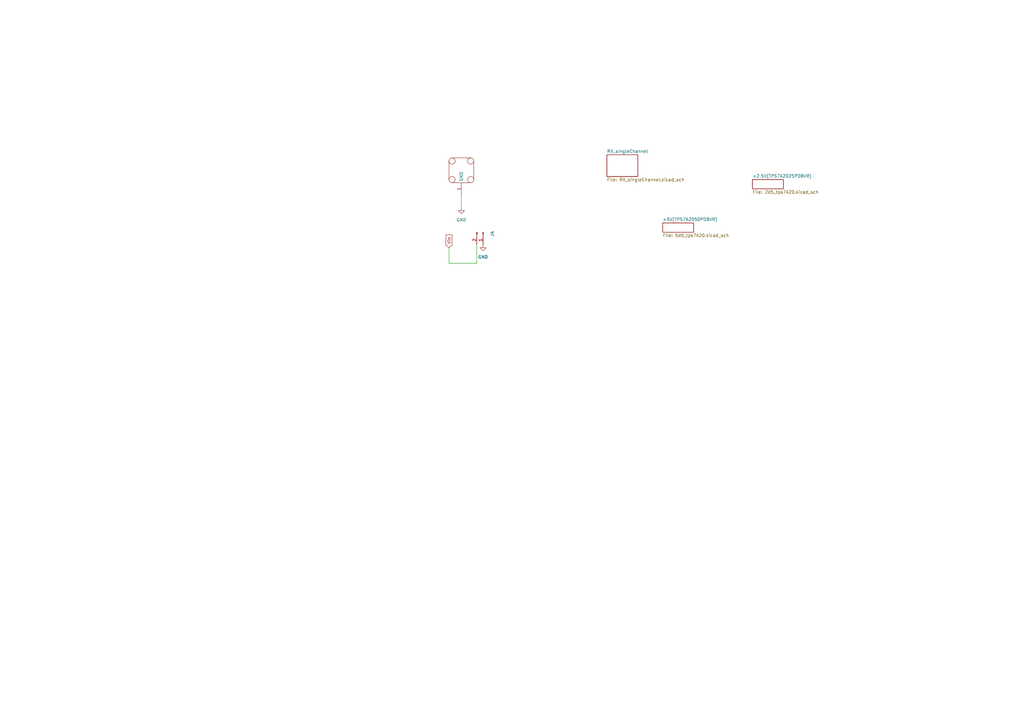
<source format=kicad_sch>
(kicad_sch (version 20230121) (generator eeschema)
  (paper "A3")
  (lib_symbols
    (symbol "Connector:Conn_01x02_Pin" (pin_names (offset 1.016) hide)
      (property "Reference" "J" (at 0 2.54 0))
      (property "Value" "Conn_01x02_Pin" (at 0 -5.08 0))
      (symbol "Conn_01x02_Pin_1_1"
        (polyline (pts (xy 1.27 -2.54) (xy 0.8636 -2.54)) (stroke (width 0.1524)))
        (polyline (pts (xy 1.27 0) (xy 0.8636 0)) (stroke (width 0.1524)))
        (rectangle (start 0.8636 -2.413) (end 0 -2.667) (stroke (width 0.1524)) (fill (type outline)))
        (rectangle (start 0.8636 0.127) (end 0 -0.127) (stroke (width 0.1524)) (fill (type outline)))
        (pin passive line (at 5.08 0 180) (length 3.81) (name "Pin_1") (number "1"))
        (pin passive line (at 5.08 -2.54 180) (length 3.81) (name "Pin_2") (number "2"))
      )
    )
    (symbol "Radar:outline"
      (property "Reference" "outline" (at 0 6.35 0))
      (symbol "outline_0_1"
        (circle (center -3.81 -3.81) (radius 1.27))
        (circle (center -3.81 3.81) (radius 1.27))
        (polyline (pts (xy -5.08 3.81) (xy -5.08 -3.81)))
        (polyline (pts (xy -3.81 -5.08) (xy 3.81 -5.08)))
        (polyline (pts (xy 3.81 5.08) (xy -3.81 5.08)))
        (polyline (pts (xy 5.08 3.81) (xy 5.08 -3.81)))
        (circle (center 3.81 -3.81) (radius 1.27))
        (circle (center 3.81 3.81) (radius 1.27))
      )
      (symbol "outline_1_1"
        (pin free line (at -10.16 0 0) (length 5.08) (name "GND") (number "1"))
      )
    )
    (symbol "power:GND" (power) (pin_names (offset 0))
      (property "Value" "GND" (at 0 -3.81 0))
      (symbol "GND_0_1"
        (polyline (pts (xy 0 0) (xy 0 -1.27) (xy 1.27 -1.27) (xy 0 -2.54) (xy -1.27 -1.27) (xy 0 -1.27)))
      )
      (symbol "GND_1_1"
        (pin power_in line (at 0 0 270) (length 0) hide (name "GND") (number "1"))
      )
    )
  )
  (wire (pts (xy 184.15 107.95) (xy 195.58 107.95)))
  (wire (pts (xy 189.23 80.01) (xy 189.23 85.09)))
  (wire (pts (xy 184.15 101.6) (xy 184.15 107.95)))
  (wire (pts (xy 195.58 100.33) (xy 195.58 107.95)))
  (global_label "Vin" (shape input) (at 184.15 101.6 90) (property "Intersheetrefs" "${INTERSHEET_REFS}" (effects hide)))
  (symbol (lib_id "Connector:Conn_01x02_Pin") (at 198.12 95.25 270) (unit 1)
    (property "Reference" "J4" (at 201.93 95.885 0))
    (property "Value" "Conn_01x02_Pin" (effects hide))
    (property "Footprint" "Connector_JST:JST_XH_B2B-XH-A_1x02_P2.50mm_Vertical" (effects hide))
  )
  (symbol (lib_id "power:GND") (at 189.23 85.09 0) (unit 1)
    (property "Reference" "#PWR011" (effects hide))
    (property "Value" "GND" (at 189.23 90.17 0))
  )
  (symbol (lib_id "Radar:outline") (at 189.23 69.85 90) (unit 1)
    (property "Reference" "outline1" (effects hide))
    (property "Footprint" "Music_Lab:Outline_5x2_cavity_20230711" (effects hide))
  )
  (symbol (lib_id "power:GND") (at 198.12 100.33 0) (unit 1)
    (property "Reference" "#PWR012" (effects hide))
    (property "Value" "GND" (at 198.12 105.41 0))
  )
  (sheet (at 308.61 73.66) (size 12.7 3.81) (stroke (width 0.1524))
    (property "Sheetname" "+2.5V(TPS7A2025PDBVR)" (at 308.61 72.9484 0) (effects (justify left bottom)))
    (property "Sheetfile" "2d5_tps7A20.kicad_sch" (at 308.61 78.0546 0) (effects (justify left top)))
  )
  (sheet (at 248.92 63.5) (size 12.7 8.89) (stroke (width 0.1524))
    (property "Sheetname" "RX_singleChannel" (at 248.92 62.7884 0) (effects (justify left bottom)))
    (property "Sheetfile" "RX_singleChannel.kicad_sch" (at 248.92 72.9746 0) (effects (justify left top)))
  )
  (sheet (at 271.78 91.44) (size 12.7 3.81) (stroke (width 0.1524))
    (property "Sheetname" "+5V(TPS7A2050PDBVR)" (at 271.78 90.7284 0) (effects (justify left bottom)))
    (property "Sheetfile" "5d0_tps7A20.kicad_sch" (at 271.78 95.8346 0) (effects (justify left top)))
  )
)
</source>
